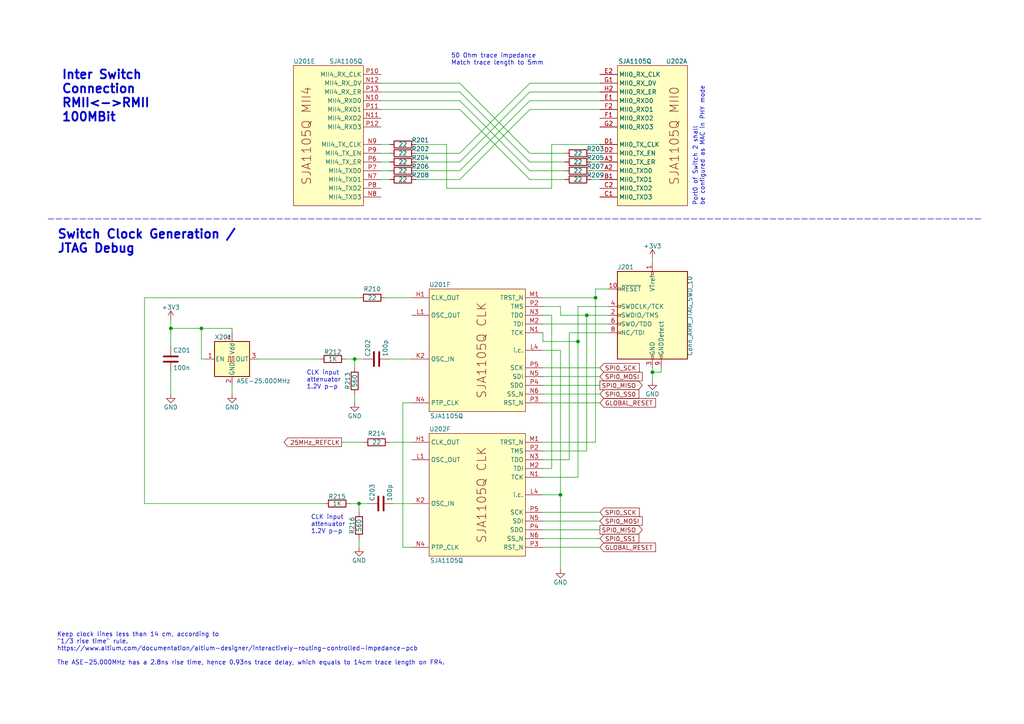
<source format=kicad_sch>
(kicad_sch (version 20211123) (generator eeschema)
  (paper "A4")
  (title_block (title "Open Hardware 10Base-T1L Switch") (date "2023-04-07") (rev "REV A") (company "Peter Heinrich") (comment 1 "Open Hardware License CERN-OHL-P v2") (comment 2 "https://github.com/peterheinrich/Open_10Base-T1L_Switch"))
  (lib_symbols
    (symbol "Connector:Conn_ARM_JTAG_SWD_10" (pin_names (offset 1.016))
      (property "Reference" "J" (at -2.54 16.51 0))
      (property "Value" "Conn_ARM_JTAG_SWD_10" (at -2.54 13.97 0))
      (symbol "Conn_ARM_JTAG_SWD_10_0_1"
        (rectangle (start -10.16 12.7) (end 10.16 -12.7) (stroke (width 0.254)) (fill (type background)))
        (rectangle (start -2.794 -12.7) (end -2.286 -11.684))
        (rectangle (start -0.254 -12.7) (end 0.254 -11.684))
        (rectangle (start -0.254 12.7) (end 0.254 11.684))
        (rectangle (start 9.144 2.286) (end 10.16 2.794))
        (rectangle (start 10.16 -2.794) (end 9.144 -2.286))
        (rectangle (start 10.16 -0.254) (end 9.144 0.254))
        (rectangle (start 10.16 7.874) (end 9.144 7.366))
      )
      (symbol "Conn_ARM_JTAG_SWD_10_1_1"
        (rectangle (start 9.144 -5.334) (end 10.16 -4.826))
        (pin power_in line (at 0 15.24 270) (length 2.54) (name "VTref") (number "1"))
        (pin open_collector line (at 12.7 7.62 180) (length 2.54) (name "~{RESET}") (number "10"))
        (pin bidirectional line (at 12.7 0 180) (length 2.54) (name "SWDIO/TMS") (number "2"))
        (pin power_in line (at 0 -15.24 90) (length 2.54) (name "GND") (number "3"))
        (pin output line (at 12.7 2.54 180) (length 2.54) (name "SWDCLK/TCK") (number "4"))
        (pin passive line (at 0 -15.24 90) (length 2.54) hide (name "GND") (number "5"))
        (pin input line (at 12.7 -2.54 180) (length 2.54) (name "SWO/TDO") (number "6"))
        (pin no_connect line (at -10.16 0 0) (length 2.54) hide (name "KEY") (number "7"))
        (pin output line (at 12.7 -5.08 180) (length 2.54) (name "NC/TDI") (number "8"))
        (pin passive line (at -2.54 -15.24 90) (length 2.54) (name "GNDDetect") (number "9"))
      )
    )
    (symbol "Device:C" (pin_numbers hide) (pin_names (offset 0.254))
      (property "Reference" "C" (at 0.635 2.54 0))
      (property "Value" "C" (at 0.635 -2.54 0))
      (symbol "C_0_1"
        (polyline (pts (xy -2.032 -0.762) (xy 2.032 -0.762)) (stroke (width 0.508)))
        (polyline (pts (xy -2.032 0.762) (xy 2.032 0.762)) (stroke (width 0.508)))
      )
      (symbol "C_1_1"
        (pin passive line (at 0 3.81 270) (length 2.794) (name "~") (number "1"))
        (pin passive line (at 0 -3.81 90) (length 2.794) (name "~") (number "2"))
      )
    )
    (symbol "Device:R" (pin_numbers hide) (pin_names (offset 0))
      (property "Reference" "R" (at 2.032 0 90))
      (property "Value" "R" (at 0 0 90))
      (symbol "R_0_1"
        (rectangle (start -1.016 -2.54) (end 1.016 2.54) (stroke (width 0.254)))
      )
      (symbol "R_1_1"
        (pin passive line (at 0 3.81 270) (length 1.27) (name "~") (number "1"))
        (pin passive line (at 0 -3.81 90) (length 1.27) (name "~") (number "2"))
      )
    )
    (symbol "Oscillator:ASE-xxxMHz" (pin_names (offset 0.254))
      (property "Reference" "X" (at -5.08 6.35 0))
      (property "Value" "ASE-xxxMHz" (at 1.27 -6.35 0))
      (symbol "ASE-xxxMHz_0_1"
        (rectangle (start -5.08 5.08) (end 5.08 -5.08) (stroke (width 0.254)) (fill (type background)))
        (polyline (pts (xy -1.27 -0.762) (xy -1.016 -0.762) (xy -1.016 0.762) (xy -0.508 0.762) (xy -0.508 -0.762) (xy 0 -0.762) (xy 0 0.762) (xy 0.508 0.762) (xy 0.508 -0.762) (xy 0.762 -0.762)))
      )
      (symbol "ASE-xxxMHz_1_1"
        (pin input line (at -7.62 0 0) (length 2.54) (name "EN") (number "1"))
        (pin power_in line (at 0 -7.62 90) (length 2.54) (name "GND") (number "2"))
        (pin output line (at 7.62 0 180) (length 2.54) (name "OUT") (number "3"))
        (pin power_in line (at 0 7.62 270) (length 2.54) (name "Vdd") (number "4"))
      )
    )
    (symbol "SJA1105Q:SJA1105Q"
      (property "Reference" "U" (at 0 1.27 0))
      (property "Value" "SJA1105Q" (at 15.24 1.27 0))
      (symbol "SJA1105Q_1_1"
        (rectangle (start 0 0) (end 20.32 -40.64) (fill (type background)))
        (text "SJA1105Q MII0" (at 3.81 -20.32 900) (effects (font (size 2.54 2.54))))
        (pin output line (at 25.4 -30.48 180) (length 5.08) (name "MII0_TXD0") (number "A2"))
        (pin output line (at 25.4 -27.94 180) (length 5.08) (name "MII0_TX_ER") (number "A3"))
        (pin output line (at 25.4 -33.02 180) (length 5.08) (name "MII0_TXD1") (number "B1"))
        (pin output line (at 25.4 -38.1 180) (length 5.08) (name "MII0_TXD3") (number "C1"))
        (pin output line (at 25.4 -35.56 180) (length 5.08) (name "MII0_TXD2") (number "C2"))
        (pin bidirectional line (at 25.4 -22.86 180) (length 5.08) (name "MII0_TX_CLK") (number "D1"))
        (pin output line (at 25.4 -25.4 180) (length 5.08) (name "MII0_TX_EN") (number "D2"))
        (pin input line (at 25.4 -10.16 180) (length 5.08) (name "MII0_RXD0") (number "E1"))
        (pin bidirectional line (at 25.4 -2.54 180) (length 5.08) (name "MII0_RX_CLK") (number "E2"))
        (pin input line (at 25.4 -15.24 180) (length 5.08) (name "MII0_RXD2") (number "F1"))
        (pin input line (at 25.4 -12.7 180) (length 5.08) (name "MII0_RXD1") (number "F2"))
        (pin input line (at 25.4 -5.08 180) (length 5.08) (name "MII0_RX_DV") (number "G1"))
        (pin input line (at 25.4 -17.78 180) (length 5.08) (name "MII0_RXD3") (number "G2"))
        (pin input line (at 25.4 -7.62 180) (length 5.08) (name "MII0_RX_ER") (number "H2"))
      )
      (symbol "SJA1105Q_2_1"
        (rectangle (start 0 0) (end 20.32 -40.64) (fill (type background)))
        (text "SJA1105Q MII1" (at 3.81 -20.32 900) (effects (font (size 2.54 2.54))))
        (pin output line (at 25.4 -27.94 180) (length 5.08) (name "MII1_TX_ER") (number "A10"))
        (pin input line (at 25.4 -5.08 180) (length 5.08) (name "MII1_RX_DV") (number "A4"))
        (pin input line (at 25.4 -15.24 180) (length 5.08) (name "MII1_RXD2") (number "A5"))
        (pin input line (at 25.4 -10.16 180) (length 5.08) (name "MII1_RXD0") (number "A6"))
        (pin bidirectional line (at 25.4 -22.86 180) (length 5.08) (name "MII1_TX_CLK") (number "A7"))
        (pin output line (at 25.4 -38.1 180) (length 5.08) (name "MII1_TXD3") (number "A8"))
        (pin output line (at 25.4 -33.02 180) (length 5.08) (name "MII1_TXD1") (number "A9"))
        (pin input line (at 25.4 -7.62 180) (length 5.08) (name "MII1_RX_ER") (number "B3"))
        (pin input line (at 25.4 -17.78 180) (length 5.08) (name "MII1_RXD3") (number "B4"))
        (pin input line (at 25.4 -12.7 180) (length 5.08) (name "MII1_RXD1") (number "B5"))
        (pin bidirectional line (at 25.4 -2.54 180) (length 5.08) (name "MII1_RX_CLK") (number "B6"))
        (pin output line (at 25.4 -25.4 180) (length 5.08) (name "MII1_TX_EN") (number "B7"))
        (pin output line (at 25.4 -35.56 180) (length 5.08) (name "MII1_TXD2") (number "B8"))
        (pin output line (at 25.4 -30.48 180) (length 5.08) (name "MII1_TXD0") (number "B9"))
      )
      (symbol "SJA1105Q_3_1"
        (rectangle (start 0 0) (end 20.32 -40.64) (fill (type background)))
        (text "SJA1105Q MII2" (at 3.81 -20.32 900) (effects (font (size 2.54 2.54))))
        (pin input line (at 25.4 -5.08 180) (length 5.08) (name "MII2_RX_DV") (number "A11"))
        (pin input line (at 25.4 -15.24 180) (length 5.08) (name "MII2_RXD2") (number "A12"))
        (pin input line (at 25.4 -10.16 180) (length 5.08) (name "MII2_RXD0") (number "A13"))
        (pin input line (at 25.4 -7.62 180) (length 5.08) (name "MII2_RX_ER") (number "B10"))
        (pin input line (at 25.4 -17.78 180) (length 5.08) (name "MII2_RXD3") (number "B11"))
        (pin input line (at 25.4 -12.7 180) (length 5.08) (name "MII2_RXD1") (number "B12"))
        (pin bidirectional line (at 25.4 -2.54 180) (length 5.08) (name "MII2_RX_CLK") (number "B14"))
        (pin output line (at 25.4 -25.4 180) (length 5.08) (name "MII2_TX_EN") (number "C13"))
        (pin bidirectional line (at 25.4 -22.86 180) (length 5.08) (name "MII2_TX_CLK") (number "C14"))
        (pin output line (at 25.4 -35.56 180) (length 5.08) (name "MII2_TXD2") (number "D13"))
        (pin output line (at 25.4 -38.1 180) (length 5.08) (name "MII2_TXD3") (number "D14"))
        (pin output line (at 25.4 -30.48 180) (length 5.08) (name "MII2_TXD0") (number "E13"))
        (pin output line (at 25.4 -33.02 180) (length 5.08) (name "MII2_TXD1") (number "E14"))
        (pin output line (at 25.4 -27.94 180) (length 5.08) (name "MII2_TX_ER") (number "F14"))
      )
      (symbol "SJA1105Q_4_1"
        (rectangle (start 0 0) (end 20.32 -40.64) (fill (type background)))
        (text "SJA1105Q MII3" (at 3.81 -20.32 900) (effects (font (size 2.54 2.54))))
        (pin input line (at 25.4 -7.62 180) (length 5.08) (name "MII3_RX_ER") (number "F13"))
        (pin input line (at 25.4 -17.78 180) (length 5.08) (name "MII3_RXD3") (number "G13"))
        (pin input line (at 25.4 -5.08 180) (length 5.08) (name "MII3_RX_DV") (number "G14"))
        (pin input line (at 25.4 -12.7 180) (length 5.08) (name "MII3_RXD1") (number "H13"))
        (pin input line (at 25.4 -15.24 180) (length 5.08) (name "MII3_RXD2") (number "H14"))
        (pin bidirectional line (at 25.4 -2.54 180) (length 5.08) (name "MII3_RX_CLK") (number "J13"))
        (pin input line (at 25.4 -10.16 180) (length 5.08) (name "MII3_RXD0") (number "J14"))
        (pin output line (at 25.4 -25.4 180) (length 5.08) (name "MII3_TX_EN") (number "K13"))
        (pin bidirectional line (at 25.4 -22.86 180) (length 5.08) (name "MII3_TX_CLK") (number "K14"))
        (pin output line (at 25.4 -35.56 180) (length 5.08) (name "MII3_TXD2") (number "L13"))
        (pin output line (at 25.4 -38.1 180) (length 5.08) (name "MII3_TXD3") (number "L14"))
        (pin output line (at 25.4 -30.48 180) (length 5.08) (name "MII3_TXD0") (number "M13"))
        (pin output line (at 25.4 -33.02 180) (length 5.08) (name "MII3_TXD1") (number "M14"))
        (pin output line (at 25.4 -27.94 180) (length 5.08) (name "MII3_TX_ER") (number "N14"))
      )
      (symbol "SJA1105Q_5_1"
        (rectangle (start 0 0) (end 20.32 -40.64) (fill (type background)))
        (text "SJA1105Q MII4" (at 3.81 -20.32 900) (effects (font (size 2.54 2.54))))
        (pin input line (at 25.4 -10.16 180) (length 5.08) (name "MII4_RXD0") (number "N10"))
        (pin input line (at 25.4 -15.24 180) (length 5.08) (name "MII4_RXD2") (number "N11"))
        (pin input line (at 25.4 -5.08 180) (length 5.08) (name "MII4_RX_DV") (number "N12"))
        (pin output line (at 25.4 -33.02 180) (length 5.08) (name "MII4_TXD1") (number "N7"))
        (pin output line (at 25.4 -38.1 180) (length 5.08) (name "MII4_TXD3") (number "N8"))
        (pin bidirectional line (at 25.4 -22.86 180) (length 5.08) (name "MII4_TX_CLK") (number "N9"))
        (pin bidirectional line (at 25.4 -2.54 180) (length 5.08) (name "MII4_RX_CLK") (number "P10"))
        (pin input line (at 25.4 -12.7 180) (length 5.08) (name "MII4_RXD1") (number "P11"))
        (pin input line (at 25.4 -17.78 180) (length 5.08) (name "MII4_RXD3") (number "P12"))
        (pin input line (at 25.4 -7.62 180) (length 5.08) (name "MII4_RX_ER") (number "P13"))
        (pin output line (at 25.4 -27.94 180) (length 5.08) (name "MII4_TX_ER") (number "P6"))
        (pin output line (at 25.4 -30.48 180) (length 5.08) (name "MII4_TXD0") (number "P7"))
        (pin output line (at 25.4 -35.56 180) (length 5.08) (name "MII4_TXD2") (number "P8"))
        (pin output line (at 25.4 -25.4 180) (length 5.08) (name "MII4_TX_EN") (number "P9"))
      )
      (symbol "SJA1105Q_6_1"
        (rectangle (start 0 0) (end 27.94 -35.56) (fill (type background)))
        (text "SJA1105Q CLK" (at 15.24 -17.78 900) (effects (font (size 2.54 2.54))))
        (pin output line (at -5.08 -2.54 0) (length 5.08) (name "CLK_OUT") (number "H1"))
        (pin input line (at -5.08 -20.32 0) (length 5.08) (name "OSC_IN") (number "K2"))
        (pin output line (at -5.08 -7.62 0) (length 5.08) (name "OSC_OUT") (number "L1"))
        (pin power_in line (at 33.02 -17.78 180) (length 5.08) (name "i.c.") (number "L4"))
        (pin input line (at 33.02 -2.54 180) (length 5.08) (name "TRST_N") (number "M1"))
        (pin input line (at 33.02 -10.16 180) (length 5.08) (name "TDI") (number "M2"))
        (pin input line (at 33.02 -12.7 180) (length 5.08) (name "TCK") (number "N1"))
        (pin output line (at 33.02 -7.62 180) (length 5.08) (name "TDO") (number "N3"))
        (pin bidirectional line (at -5.08 -33.02 0) (length 5.08) (name "PTP_CLK") (number "N4"))
        (pin input line (at 33.02 -25.4 180) (length 5.08) (name "SDI") (number "N5"))
        (pin input line (at 33.02 -30.48 180) (length 5.08) (name "SS_N") (number "N6"))
        (pin input line (at 33.02 -5.08 180) (length 5.08) (name "TMS") (number "P2"))
        (pin input line (at 33.02 -33.02 180) (length 5.08) (name "RST_N") (number "P3"))
        (pin output line (at 33.02 -27.94 180) (length 5.08) (name "SDO") (number "P4"))
        (pin input line (at 33.02 -22.86 180) (length 5.08) (name "SCK") (number "P5"))
      )
      (symbol "SJA1105Q_7_1"
        (rectangle (start 0 0) (end 27.94 -99.06) (fill (type background)))
        (text "SJA1105Q Power" (at 12.7 -48.26 900) (effects (font (size 2.54 2.54))))
        (pin power_in line (at -5.08 -2.54 0) (length 5.08) (name "VSS") (number "A1"))
        (pin power_in line (at 33.02 -88.9 180) (length 5.08) (name "VSS") (number "A14"))
        (pin power_in line (at 33.02 -83.82 180) (length 5.08) (name "VSS") (number "B13"))
        (pin power_in line (at 33.02 -48.26 180) (length 5.08) (name "VDDIO_MII2") (number "D10"))
        (pin power_in line (at 33.02 -50.8 180) (length 5.08) (name "VDDIO_MII2") (number "D11"))
        (pin power_in line (at 33.02 -33.02 180) (length 5.08) (name "VDDIO_MII0") (number "D4"))
        (pin power_in line (at 33.02 -40.64 180) (length 5.08) (name "VDDIO_MII1") (number "D5"))
        (pin power_in line (at 33.02 -7.62 180) (length 5.08) (name "VDD_CORE") (number "D6"))
        (pin power_in line (at 33.02 -43.18 180) (length 5.08) (name "VDDIO_MII1") (number "D7"))
        (pin power_in line (at 33.02 -45.72 180) (length 5.08) (name "VDDIO_MII1") (number "D8"))
        (pin power_in line (at 33.02 -12.7 180) (length 5.08) (name "VDD_CORE") (number "D9"))
        (pin power_in line (at -5.08 -91.44 0) (length 5.08) (name "VSS") (number "E10"))
        (pin power_in line (at 33.02 -53.34 180) (length 5.08) (name "VDDIO_MII2") (number "E11"))
        (pin power_in line (at 33.02 -35.56 180) (length 5.08) (name "VDDIO_MII0") (number "E4"))
        (pin power_in line (at -5.08 -12.7 0) (length 5.08) (name "VSS") (number "E5"))
        (pin power_in line (at -5.08 -27.94 0) (length 5.08) (name "VSS") (number "E6"))
        (pin power_in line (at -5.08 -43.18 0) (length 5.08) (name "VSS") (number "E7"))
        (pin power_in line (at -5.08 -60.96 0) (length 5.08) (name "VSS") (number "E8"))
        (pin power_in line (at -5.08 -76.2 0) (length 5.08) (name "VSS") (number "E9"))
        (pin power_in line (at -5.08 -93.98 0) (length 5.08) (name "VSS") (number "F10"))
        (pin power_in line (at 33.02 -17.78 180) (length 5.08) (name "VDD_CORE") (number "F11"))
        (pin power_in line (at 33.02 -2.54 180) (length 5.08) (name "VDD_CORE") (number "F4"))
        (pin power_in line (at -5.08 -15.24 0) (length 5.08) (name "VSS") (number "F5"))
        (pin power_in line (at -5.08 -30.48 0) (length 5.08) (name "VSS") (number "F6"))
        (pin power_in line (at -5.08 -45.72 0) (length 5.08) (name "VSS") (number "F7"))
        (pin power_in line (at -5.08 -63.5 0) (length 5.08) (name "VSS") (number "F8"))
        (pin power_in line (at -5.08 -78.74 0) (length 5.08) (name "VSS") (number "F9"))
        (pin power_in line (at -5.08 -96.52 0) (length 5.08) (name "VSS") (number "G10"))
        (pin power_in line (at 33.02 -55.88 180) (length 5.08) (name "VDDIO_MII3") (number "G11"))
        (pin power_in line (at 33.02 -38.1 180) (length 5.08) (name "VDDIO_MII0") (number "G4"))
        (pin power_in line (at -5.08 -17.78 0) (length 5.08) (name "VSS") (number "G5"))
        (pin power_in line (at -5.08 -33.02 0) (length 5.08) (name "VSS") (number "G6"))
        (pin power_in line (at -5.08 -48.26 0) (length 5.08) (name "VSS") (number "G7"))
        (pin power_in line (at -5.08 -66.04 0) (length 5.08) (name "VSS") (number "G8"))
        (pin power_in line (at -5.08 -81.28 0) (length 5.08) (name "VSS") (number "G9"))
        (pin power_in line (at 33.02 -76.2 180) (length 5.08) (name "VSS") (number "H10"))
        (pin power_in line (at 33.02 -58.42 180) (length 5.08) (name "VDDIO_MII3") (number "H11"))
        (pin power_in line (at 33.02 -27.94 180) (length 5.08) (name "VDDIO_CLO") (number "H4"))
        (pin power_in line (at -5.08 -20.32 0) (length 5.08) (name "VSS") (number "H5"))
        (pin power_in line (at -5.08 -35.56 0) (length 5.08) (name "VSS") (number "H6"))
        (pin power_in line (at -5.08 -50.8 0) (length 5.08) (name "VSS") (number "H7"))
        (pin power_in line (at -5.08 -68.58 0) (length 5.08) (name "VSS") (number "H8"))
        (pin power_in line (at -5.08 -83.82 0) (length 5.08) (name "VSS") (number "H9"))
        (pin power_in line (at 33.02 -25.4 180) (length 5.08) (name "VDDA_PLL") (number "J1"))
        (pin power_in line (at 33.02 -78.74 180) (length 5.08) (name "VSS") (number "J10"))
        (pin power_in line (at 33.02 -20.32 180) (length 5.08) (name "VDD_CORE") (number "J11"))
        (pin power_in line (at 33.02 -96.52 180) (length 5.08) (name "VSSA_PLL") (number "J2"))
        (pin power_in line (at 33.02 -5.08 180) (length 5.08) (name "VDD_CORE") (number "J4"))
        (pin power_in line (at -5.08 -22.86 0) (length 5.08) (name "VSS") (number "J5"))
        (pin power_in line (at -5.08 -38.1 0) (length 5.08) (name "VSS") (number "J6"))
        (pin power_in line (at -5.08 -53.34 0) (length 5.08) (name "VSS") (number "J7"))
        (pin power_in line (at -5.08 -71.12 0) (length 5.08) (name "VSS") (number "J8"))
        (pin power_in line (at -5.08 -86.36 0) (length 5.08) (name "VSS") (number "J9"))
        (pin power_in line (at 33.02 -22.86 180) (length 5.08) (name "VDDA_OSC") (number "K1"))
        (pin power_in line (at 33.02 -81.28 180) (length 5.08) (name "VSS") (number "K10"))
        (pin power_in line (at 33.02 -60.96 180) (length 5.08) (name "VDDIO_MII3") (number "K11"))
        (pin power_in line (at -5.08 -10.16 0) (length 5.08) (name "VSS") (number "K4"))
        (pin power_in line (at -5.08 -25.4 0) (length 5.08) (name "VSS") (number "K5"))
        (pin power_in line (at -5.08 -40.64 0) (length 5.08) (name "VSS") (number "K6"))
        (pin power_in line (at -5.08 -55.88 0) (length 5.08) (name "VSS") (number "K7"))
        (pin power_in line (at -5.08 -73.66 0) (length 5.08) (name "VSS") (number "K8"))
        (pin power_in line (at -5.08 -88.9 0) (length 5.08) (name "VSS") (number "K9"))
        (pin power_in line (at 33.02 -66.04 180) (length 5.08) (name "VDDIO_MII4") (number "L10"))
        (pin power_in line (at 33.02 -68.58 180) (length 5.08) (name "VDDIO_MII4") (number "L11"))
        (pin power_in line (at 33.02 -93.98 180) (length 5.08) (name "VSSA_OSC") (number "L2"))
        (pin power_in line (at 33.02 -30.48 180) (length 5.08) (name "VDDIO_HOST") (number "L5"))
        (pin power_in line (at 33.02 -10.16 180) (length 5.08) (name "VDD_CORE") (number "L6"))
        (pin power_in line (at -5.08 -58.42 0) (length 5.08) (name "VSS") (number "L7"))
        (pin power_in line (at 33.02 -63.5 180) (length 5.08) (name "VDDIO_MII4") (number "L8"))
        (pin power_in line (at 33.02 -15.24 180) (length 5.08) (name "VDD_CORE") (number "L9"))
        (pin power_in line (at 33.02 -86.36 180) (length 5.08) (name "VSS") (number "N13"))
        (pin power_in line (at -5.08 -7.62 0) (length 5.08) (name "VSS") (number "N2"))
        (pin power_in line (at -5.08 -5.08 0) (length 5.08) (name "VSS") (number "P1"))
        (pin power_in line (at 33.02 -91.44 180) (length 5.08) (name "VSS") (number "P14"))
      )
    )
    (symbol "power:+3V3" (power) (pin_names (offset 0))
      (property "Value" "+3V3" (at 0 3.556 0))
      (symbol "+3V3_0_1"
        (polyline (pts (xy -0.762 1.27) (xy 0 2.54)))
        (polyline (pts (xy 0 0) (xy 0 2.54)))
        (polyline (pts (xy 0 2.54) (xy 0.762 1.27)))
      )
      (symbol "+3V3_1_1"
        (pin power_in line (at 0 0 90) (length 0) hide (name "+3V3") (number "1"))
      )
    )
    (symbol "power:GND" (power) (pin_names (offset 0))
      (property "Value" "GND" (at 0 -3.81 0))
      (symbol "GND_0_1"
        (polyline (pts (xy 0 0) (xy 0 -1.27) (xy 1.27 -1.27) (xy 0 -2.54) (xy -1.27 -1.27) (xy 0 -1.27)))
      )
      (symbol "GND_1_1"
        (pin power_in line (at 0 0 270) (length 0) hide (name "GND") (number "1"))
      )
    )
  )
  (junction (at 167.64 99.06))
  (junction (at 170.18 91.44))
  (junction (at 49.53 95.25))
  (junction (at 58.42 95.25))
  (junction (at 172.72 86.36))
  (junction (at 162.56 143.51))
  (junction (at 104.14 146.05))
  (junction (at 102.87 104.14))
  (junction (at 189.23 107.95))
  (wire (pts (xy 176.53 91.44) (xy 170.18 91.44)))
  (wire (pts (xy 162.56 88.9) (xy 157.48 88.9)))
  (wire (pts (xy 162.56 165.1) (xy 162.56 143.51)))
  (wire (pts (xy 157.48 114.3) (xy 173.99 114.3)))
  (wire (pts (xy 157.48 133.35) (xy 165.1 133.35)))
  (wire (pts (xy 58.42 95.25) (xy 58.42 104.14)))
  (wire (pts (xy 157.48 156.21) (xy 173.99 156.21)))
  (wire (pts (xy 157.48 111.76) (xy 173.99 111.76)))
  (wire (pts (xy 114.3 146.05) (xy 119.38 146.05)))
  (wire (pts (xy 160.02 91.44) (xy 160.02 135.89)))
  (wire (pts (xy 110.49 29.21) (xy 133.35 29.21)))
  (wire (pts (xy 102.87 104.14) (xy 102.87 106.68)))
  (wire (pts (xy 157.48 151.13) (xy 173.99 151.13)))
  (wire (pts (xy 74.93 104.14) (xy 92.71 104.14)))
  (wire (pts (xy 157.48 148.59) (xy 173.99 148.59)))
  (wire (pts (xy 157.48 86.36) (xy 172.72 86.36)))
  (wire (pts (xy 49.53 107.95) (xy 49.53 114.3)))
  (wire (pts (xy 133.35 26.67) (xy 153.67 46.99)))
  (wire (pts (xy 99.06 128.27) (xy 105.41 128.27)))
  (wire (pts (xy 170.18 91.44) (xy 162.56 91.44)))
  (wire (pts (xy 113.03 128.27) (xy 119.38 128.27)))
  (wire (pts (xy 100.33 104.14) (xy 102.87 104.14)))
  (wire (pts (xy 189.23 106.68) (xy 189.23 107.95)))
  (wire (pts (xy 41.91 86.36) (xy 104.14 86.36)))
  (wire (pts (xy 172.72 83.82) (xy 176.53 83.82)))
  (wire (pts (xy 157.48 138.43) (xy 167.64 138.43)))
  (wire (pts (xy 157.48 96.52) (xy 157.48 99.06)))
  (polyline (pts (xy 284.48 63.5) (xy 135.89 63.5)))
  (wire (pts (xy 189.23 107.95) (xy 189.23 110.49)))
  (wire (pts (xy 162.56 143.51) (xy 162.56 101.6)))
  (wire (pts (xy 104.14 146.05) (xy 104.14 148.59)))
  (wire (pts (xy 113.03 52.07) (xy 110.49 52.07)))
  (wire (pts (xy 165.1 96.52) (xy 176.53 96.52)))
  (wire (pts (xy 116.84 158.75) (xy 119.38 158.75)))
  (wire (pts (xy 49.53 95.25) (xy 58.42 95.25)))
  (wire (pts (xy 157.48 116.84) (xy 173.99 116.84)))
  (wire (pts (xy 129.54 54.61) (xy 160.02 54.61)))
  (wire (pts (xy 157.48 93.98) (xy 176.53 93.98)))
  (wire (pts (xy 41.91 146.05) (xy 93.98 146.05)))
  (wire (pts (xy 157.48 158.75) (xy 173.99 158.75)))
  (wire (pts (xy 133.35 29.21) (xy 153.67 49.53)))
  (polyline (pts (xy 13.97 63.5) (xy 135.89 63.5)))
  (wire (pts (xy 133.35 49.53) (xy 153.67 29.21)))
  (wire (pts (xy 157.48 128.27) (xy 172.72 128.27)))
  (wire (pts (xy 102.87 114.3) (xy 102.87 116.84)))
  (wire (pts (xy 157.48 99.06) (xy 167.64 99.06)))
  (wire (pts (xy 153.67 29.21) (xy 173.99 29.21)))
  (wire (pts (xy 170.18 130.81) (xy 157.48 130.81)))
  (wire (pts (xy 160.02 54.61) (xy 160.02 41.91)))
  (wire (pts (xy 153.67 46.99) (xy 163.83 46.99)))
  (wire (pts (xy 113.03 41.91) (xy 110.49 41.91)))
  (wire (pts (xy 67.31 95.25) (xy 67.31 96.52)))
  (wire (pts (xy 153.67 49.53) (xy 163.83 49.53)))
  (wire (pts (xy 110.49 26.67) (xy 133.35 26.67)))
  (wire (pts (xy 157.48 109.22) (xy 173.99 109.22)))
  (wire (pts (xy 120.65 41.91) (xy 129.54 41.91)))
  (wire (pts (xy 119.38 116.84) (xy 116.84 116.84)))
  (wire (pts (xy 189.23 74.93) (xy 189.23 76.2)))
  (wire (pts (xy 110.49 24.13) (xy 133.35 24.13)))
  (wire (pts (xy 133.35 24.13) (xy 153.67 44.45)))
  (wire (pts (xy 167.64 99.06) (xy 167.64 88.9)))
  (wire (pts (xy 133.35 46.99) (xy 153.67 26.67)))
  (wire (pts (xy 171.45 44.45) (xy 173.99 44.45)))
  (wire (pts (xy 120.65 49.53) (xy 133.35 49.53)))
  (wire (pts (xy 49.53 95.25) (xy 49.53 100.33)))
  (wire (pts (xy 160.02 135.89) (xy 157.48 135.89)))
  (wire (pts (xy 133.35 31.75) (xy 153.67 52.07)))
  (wire (pts (xy 153.67 44.45) (xy 163.83 44.45)))
  (wire (pts (xy 157.48 143.51) (xy 162.56 143.51)))
  (wire (pts (xy 101.6 146.05) (xy 104.14 146.05)))
  (wire (pts (xy 171.45 52.07) (xy 173.99 52.07)))
  (wire (pts (xy 133.35 52.07) (xy 153.67 31.75)))
  (wire (pts (xy 120.65 52.07) (xy 133.35 52.07)))
  (wire (pts (xy 49.53 92.71) (xy 49.53 95.25)))
  (wire (pts (xy 153.67 52.07) (xy 163.83 52.07)))
  (wire (pts (xy 104.14 156.21) (xy 104.14 158.75)))
  (wire (pts (xy 153.67 24.13) (xy 173.99 24.13)))
  (wire (pts (xy 172.72 128.27) (xy 172.72 86.36)))
  (wire (pts (xy 189.23 107.95) (xy 191.77 107.95)))
  (wire (pts (xy 165.1 133.35) (xy 165.1 96.52)))
  (wire (pts (xy 58.42 95.25) (xy 67.31 95.25)))
  (wire (pts (xy 153.67 26.67) (xy 173.99 26.67)))
  (wire (pts (xy 104.14 146.05) (xy 106.68 146.05)))
  (wire (pts (xy 162.56 91.44) (xy 162.56 88.9)))
  (wire (pts (xy 157.48 91.44) (xy 160.02 91.44)))
  (wire (pts (xy 41.91 146.05) (xy 41.91 86.36)))
  (wire (pts (xy 162.56 101.6) (xy 157.48 101.6)))
  (wire (pts (xy 167.64 88.9) (xy 176.53 88.9)))
  (wire (pts (xy 120.65 46.99) (xy 133.35 46.99)))
  (wire (pts (xy 157.48 153.67) (xy 173.99 153.67)))
  (wire (pts (xy 191.77 107.95) (xy 191.77 106.68)))
  (wire (pts (xy 167.64 138.43) (xy 167.64 99.06)))
  (wire (pts (xy 113.03 44.45) (xy 110.49 44.45)))
  (wire (pts (xy 170.18 91.44) (xy 170.18 130.81)))
  (wire (pts (xy 113.03 104.14) (xy 119.38 104.14)))
  (wire (pts (xy 113.03 49.53) (xy 110.49 49.53)))
  (wire (pts (xy 110.49 31.75) (xy 133.35 31.75)))
  (wire (pts (xy 153.67 31.75) (xy 173.99 31.75)))
  (wire (pts (xy 129.54 41.91) (xy 129.54 54.61)))
  (wire (pts (xy 171.45 49.53) (xy 173.99 49.53)))
  (wire (pts (xy 102.87 104.14) (xy 105.41 104.14)))
  (wire (pts (xy 171.45 46.99) (xy 173.99 46.99)))
  (wire (pts (xy 59.69 104.14) (xy 58.42 104.14)))
  (wire (pts (xy 157.48 106.68) (xy 173.99 106.68)))
  (wire (pts (xy 116.84 116.84) (xy 116.84 158.75)))
  (wire (pts (xy 120.65 44.45) (xy 133.35 44.45)))
  (wire (pts (xy 113.03 46.99) (xy 110.49 46.99)))
  (wire (pts (xy 111.76 86.36) (xy 119.38 86.36)))
  (wire (pts (xy 67.31 111.76) (xy 67.31 114.3)))
  (wire (pts (xy 133.35 44.45) (xy 153.67 24.13)))
  (wire (pts (xy 172.72 86.36) (xy 172.72 83.82)))
  (wire (pts (xy 160.02 41.91) (xy 173.99 41.91)))
  (text "Inter Switch\nConnection\nRMII<->RMII\n100MBit" (at 17.78 35.56 0) (effects (font (size 2.54 2.54) (thickness 0.508) bold) (justify left bottom)))
  (text "50 Ohm trace impedance\nMatch trace length to 5mm" (at 130.81 19.05 0) (effects (font (size 1.27 1.27)) (justify left bottom)))
  (text "Keep clock lines less than 14 cm, according to \n\"1/3 rise time\" rule.\nhttps://www.altium.com/documentation/altium-designer/interactively-routing-controlled-impedance-pcb\n\nThe ASE-25.000MHz has a 2.8ns rise time, hence 0.93ns trace delay, which equals to 14cm trace length on FR4." (at 16.51 193.04 0) (effects (font (size 1.27 1.27)) (justify left bottom)))
  (text "Port0 of Switch 2 shall\nbe configured as MAC in PHY mode" (at 204.47 59.69 90) (effects (font (size 1.27 1.27)) (justify left bottom)))
  (text "CLK input \nattenuator\n1.2V p-p" (at 90.17 154.94 0) (effects (font (size 1.27 1.27)) (justify left bottom)))
  (text "Switch Clock Generation /\nJTAG Debug" (at 16.51 73.66 0) (effects (font (size 2.54 2.54) bold) (justify left bottom)))
  (text "CLK input \nattenuator\n1.2V p-p" (at 88.9 113.03 0) (effects (font (size 1.27 1.27)) (justify left bottom)))
  (global_label "SPI0_SCK" (shape input) (at 173.99 106.68 0) (property "Intersheet References" "${INTERSHEET_REFS}" (effects hide)))
  (global_label "GLOBAL_RESET" (shape input) (at 173.99 116.84 0) (property "Intersheet References" "${INTERSHEET_REFS}" (effects hide)))
  (global_label "SPI0_SCK" (shape input) (at 173.99 148.59 0) (property "Intersheet References" "${INTERSHEET_REFS}" (effects hide)))
  (global_label "GLOBAL_RESET" (shape input) (at 173.99 158.75 0) (property "Intersheet References" "${INTERSHEET_REFS}" (effects hide)))
  (global_label "25MHz_REFCLK" (shape output) (at 99.06 128.27 180) (property "Intersheet References" "${INTERSHEET_REFS}" (effects hide)))
  (global_label "SPI0_MISO" (shape output) (at 173.99 111.76 0) (property "Intersheet References" "${INTERSHEET_REFS}" (effects hide)))
  (global_label "SPI0_MOSI" (shape input) (at 173.99 109.22 0) (property "Intersheet References" "${INTERSHEET_REFS}" (effects hide)))
  (global_label "SPI0_SS1" (shape input) (at 173.99 156.21 0) (property "Intersheet References" "${INTERSHEET_REFS}" (effects hide)))
  (global_label "SPI0_SS0" (shape input) (at 173.99 114.3 0) (property "Intersheet References" "${INTERSHEET_REFS}" (effects hide)))
  (global_label "SPI0_MISO" (shape output) (at 173.99 153.67 0) (property "Intersheet References" "${INTERSHEET_REFS}" (effects hide)))
  (global_label "SPI0_MOSI" (shape input) (at 173.99 151.13 0) (property "Intersheet References" "${INTERSHEET_REFS}" (effects hide)))
  (symbol (lib_id "power:GND") (at 162.56 165.1 0) (unit 1)
    (property "Reference" "#PWR0208" (effects hide))
    (property "Value" "GND" (at 162.56 168.91 0))
  )
  (symbol (lib_id "Connector:Conn_ARM_JTAG_SWD_10") (at 189.23 91.44 0) (mirror y) (unit 1)
    (property "Reference" "J201" (at 179.07 77.47 0) (effects (justify right)))
    (property "Value" "Conn_ARM_JTAG_SWD_10" (at 199.39 80.01 90) (effects (justify right bottom)))
    (property "Footprint" "Connector_PinHeader_2.54mm:PinHeader_2x05_P2.54mm_Vertical" (effects hide))
  )
  (symbol (lib_id "Device:R") (at 107.95 86.36 90) (unit 1)
    (property "Reference" "R210" (at 107.95 83.82 90))
    (property "Value" "22" (at 107.95 86.36 90))
    (property "Footprint" "Resistor_SMD:R_0603_1608Metric" (effects hide))
  )
  (symbol (lib_id "SJA1105Q:SJA1105Q") (at 124.46 125.73 0) (unit 6)
    (property "Reference" "U202" (at 124.46 124.46 0) (effects (justify left)))
    (property "Value" "SJA1105Q" (at 129.54 162.56 0))
    (property "Footprint" "SJA1105Q:LFBGA_12x12mm_P0.8mm" (effects hide))
    (property "Datasheet" "https://www.nxp.com/docs/en/data-sheet/SJA1105PQRS.pdf" (effects hide))
  )
  (symbol (lib_id "power:GND") (at 104.14 158.75 0) (unit 1)
    (property "Reference" "#PWR0207" (effects hide))
    (property "Value" "GND" (at 104.14 162.56 0))
  )
  (symbol (lib_id "power:GND") (at 189.23 110.49 0) (unit 1)
    (property "Reference" "#PWR0203" (effects hide))
    (property "Value" "GND" (at 189.23 114.3 0))
  )
  (symbol (lib_id "SJA1105Q:SJA1105Q") (at 124.46 83.82 0) (unit 6)
    (property "Reference" "U201" (at 124.46 82.55 0) (effects (justify left)))
    (property "Value" "SJA1105Q" (at 129.54 120.65 0))
    (property "Footprint" "SJA1105Q:LFBGA_12x12mm_P0.8mm" (effects hide))
    (property "Datasheet" "https://www.nxp.com/docs/en/data-sheet/SJA1105PQRS.pdf" (effects hide))
  )
  (symbol (lib_id "SJA1105Q:SJA1105Q") (at 85.09 19.05 0) (unit 5)
    (property "Reference" "U201" (at 85.09 17.78 0) (effects (justify left)))
    (property "Value" "SJA1105Q" (at 100.33 17.78 0))
    (property "Footprint" "SJA1105Q:LFBGA_12x12mm_P0.8mm" (effects hide))
    (property "Datasheet" "https://www.nxp.com/docs/en/data-sheet/SJA1105PQRS.pdf" (effects hide))
  )
  (symbol (lib_id "Device:R") (at 104.14 152.4 180) (unit 1)
    (property "Reference" "R216" (at 102.108 152.4 90))
    (property "Value" "560" (at 104.14 152.4 90))
    (property "Footprint" "Resistor_SMD:R_0603_1608Metric" (effects hide))
  )
  (symbol (lib_id "Device:R") (at 167.64 44.45 90) (unit 1)
    (property "Reference" "R203" (at 172.72 43.18 90))
    (property "Value" "22" (at 167.64 44.45 90))
    (property "Footprint" "Resistor_SMD:R_0603_1608Metric" (effects hide))
  )
  (symbol (lib_id "power:+3V3") (at 49.53 92.71 0) (unit 1)
    (property "Reference" "#PWR0202" (effects hide))
    (property "Value" "+3V3" (at 49.53 89.154 0))
  )
  (symbol (lib_id "power:+3V3") (at 189.23 74.93 0) (unit 1)
    (property "Reference" "#PWR0201" (effects hide))
    (property "Value" "+3V3" (at 189.23 71.374 0))
  )
  (symbol (lib_id "power:GND") (at 67.31 114.3 0) (unit 1)
    (property "Reference" "#PWR0205" (effects hide))
    (property "Value" "GND" (at 67.31 118.11 0))
  )
  (symbol (lib_id "Device:R") (at 102.87 110.49 180) (unit 1)
    (property "Reference" "R213" (at 100.838 110.49 90))
    (property "Value" "560" (at 102.87 110.49 90))
    (property "Footprint" "Resistor_SMD:R_0603_1608Metric" (effects hide))
  )
  (symbol (lib_id "Device:R") (at 116.84 41.91 90) (unit 1)
    (property "Reference" "R201" (at 121.92 40.64 90))
    (property "Value" "22" (at 116.84 41.91 90))
    (property "Footprint" "Resistor_SMD:R_0603_1608Metric" (effects hide))
  )
  (symbol (lib_id "Device:C") (at 49.53 104.14 0) (unit 1)
    (property "Reference" "C201" (at 50.165 101.6 0) (effects (justify left)))
    (property "Value" "100n" (at 50.165 106.68 0) (effects (justify left)))
    (property "Footprint" "Capacitor_SMD:C_0603_1608Metric" (effects hide))
  )
  (symbol (lib_id "Device:R") (at 96.52 104.14 90) (unit 1)
    (property "Reference" "R212" (at 96.52 102.108 90))
    (property "Value" "1K" (at 96.52 104.14 90))
    (property "Footprint" "Resistor_SMD:R_0603_1608Metric" (effects hide))
  )
  (symbol (lib_id "Device:R") (at 116.84 44.45 90) (unit 1)
    (property "Reference" "R202" (at 121.92 43.18 90))
    (property "Value" "22" (at 116.84 44.45 90))
    (property "Footprint" "Resistor_SMD:R_0603_1608Metric" (effects hide))
  )
  (symbol (lib_id "Device:R") (at 97.79 146.05 90) (unit 1)
    (property "Reference" "R215" (at 97.79 144.018 90))
    (property "Value" "1K" (at 97.79 146.05 90))
    (property "Footprint" "Resistor_SMD:R_0603_1608Metric" (effects hide))
  )
  (symbol (lib_id "Device:R") (at 167.64 46.99 90) (unit 1)
    (property "Reference" "R205" (at 172.72 45.72 90))
    (property "Value" "22" (at 167.64 46.99 90))
    (property "Footprint" "Resistor_SMD:R_0603_1608Metric" (effects hide))
  )
  (symbol (lib_id "Device:R") (at 116.84 52.07 90) (unit 1)
    (property "Reference" "R208" (at 121.92 50.8 90))
    (property "Value" "22" (at 116.84 52.07 90))
    (property "Footprint" "Resistor_SMD:R_0603_1608Metric" (effects hide))
  )
  (symbol (lib_id "Device:R") (at 167.64 52.07 90) (unit 1)
    (property "Reference" "R209" (at 172.72 50.8 90))
    (property "Value" "22" (at 167.64 52.07 90))
    (property "Footprint" "Resistor_SMD:R_0603_1608Metric" (effects hide))
  )
  (symbol (lib_id "Device:R") (at 109.22 128.27 90) (unit 1)
    (property "Reference" "R214" (at 109.22 125.73 90))
    (property "Value" "22" (at 109.22 128.27 90))
    (property "Footprint" "Resistor_SMD:R_0603_1608Metric" (effects hide))
  )
  (symbol (lib_id "SJA1105Q:SJA1105Q") (at 199.39 19.05 0) (mirror y) (unit 1)
    (property "Reference" "U202" (at 199.39 17.78 0) (effects (justify left)))
    (property "Value" "SJA1105Q" (at 184.15 17.78 0))
    (property "Footprint" "SJA1105Q:LFBGA_12x12mm_P0.8mm" (effects hide))
    (property "Datasheet" "https://www.nxp.com/docs/en/data-sheet/SJA1105PQRS.pdf" (effects hide))
  )
  (symbol (lib_id "Device:C") (at 110.49 146.05 90) (unit 1)
    (property "Reference" "C203" (at 107.95 145.415 0) (effects (justify left)))
    (property "Value" "100p" (at 113.03 145.415 0) (effects (justify left)))
    (property "Footprint" "Capacitor_SMD:C_0603_1608Metric" (effects hide))
  )
  (symbol (lib_id "power:GND") (at 49.53 114.3 0) (unit 1)
    (property "Reference" "#PWR0204" (effects hide))
    (property "Value" "GND" (at 49.53 118.11 0))
  )
  (symbol (lib_id "Device:R") (at 167.64 49.53 90) (unit 1)
    (property "Reference" "R207" (at 172.72 48.26 90))
    (property "Value" "22" (at 167.64 49.53 90))
    (property "Footprint" "Resistor_SMD:R_0603_1608Metric" (effects hide))
  )
  (symbol (lib_id "Device:R") (at 116.84 49.53 90) (unit 1)
    (property "Reference" "R206" (at 121.92 48.26 90))
    (property "Value" "22" (at 116.84 49.53 90))
    (property "Footprint" "Resistor_SMD:R_0603_1608Metric" (effects hide))
  )
  (symbol (lib_id "Device:C") (at 109.22 104.14 90) (unit 1)
    (property "Reference" "C202" (at 106.68 103.505 0) (effects (justify left)))
    (property "Value" "100p" (at 111.76 103.505 0) (effects (justify left)))
    (property "Footprint" "Capacitor_SMD:C_0603_1608Metric" (effects hide))
  )
  (symbol (lib_id "Device:R") (at 116.84 46.99 90) (unit 1)
    (property "Reference" "R204" (at 121.92 45.72 90))
    (property "Value" "22" (at 116.84 46.99 90))
    (property "Footprint" "Resistor_SMD:R_0603_1608Metric" (effects hide))
  )
  (symbol (lib_id "Oscillator:ASE-xxxMHz") (at 67.31 104.14 0) (unit 1)
    (property "Reference" "X201" (at 62.23 97.79 0) (effects (justify left)))
    (property "Value" "ASE-25.000MHz" (at 68.58 110.49 0) (effects (justify left)))
    (property "Footprint" "Oscillator:Oscillator_SMD_Abracon_ASE-4Pin_3.2x2.5mm" (effects hide))
    (property "Datasheet" "https://abracon.com/Oscillators/ASEseries.pdf" (effects hide))
    (property "MPN" "ASE-25.000MHZ-L-C-T" (effects hide))
    (property "ON_FARNELL" "2308704" (effects hide))
  )
  (symbol (lib_id "power:GND") (at 102.87 116.84 0) (unit 1)
    (property "Reference" "#PWR0206" (effects hide))
    (property "Value" "GND" (at 102.87 120.65 0))
  )
)
</source>
